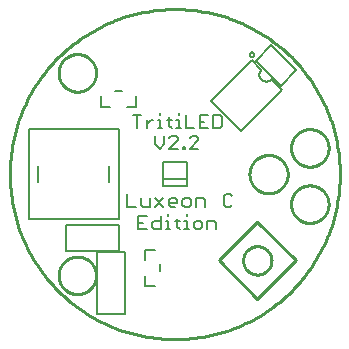
<source format=gto>
G75*
%MOIN*%
%OFA0B0*%
%FSLAX25Y25*%
%IPPOS*%
%LPD*%
%AMOC8*
5,1,8,0,0,1.08239X$1,22.5*
%
%ADD10C,0.01000*%
%ADD11C,0.00700*%
%ADD12C,0.00500*%
D10*
X0069250Y0049250D02*
X0069252Y0049408D01*
X0069258Y0049565D01*
X0069268Y0049723D01*
X0069282Y0049880D01*
X0069300Y0050036D01*
X0069321Y0050193D01*
X0069347Y0050348D01*
X0069377Y0050503D01*
X0069410Y0050657D01*
X0069448Y0050810D01*
X0069489Y0050963D01*
X0069534Y0051114D01*
X0069583Y0051264D01*
X0069636Y0051412D01*
X0069692Y0051560D01*
X0069753Y0051705D01*
X0069816Y0051850D01*
X0069884Y0051992D01*
X0069955Y0052133D01*
X0070029Y0052272D01*
X0070107Y0052409D01*
X0070189Y0052544D01*
X0070273Y0052677D01*
X0070362Y0052808D01*
X0070453Y0052936D01*
X0070548Y0053063D01*
X0070645Y0053186D01*
X0070746Y0053308D01*
X0070850Y0053426D01*
X0070957Y0053542D01*
X0071067Y0053655D01*
X0071179Y0053766D01*
X0071295Y0053873D01*
X0071413Y0053978D01*
X0071533Y0054080D01*
X0071656Y0054178D01*
X0071782Y0054274D01*
X0071910Y0054366D01*
X0072040Y0054455D01*
X0072172Y0054541D01*
X0072307Y0054623D01*
X0072444Y0054702D01*
X0072582Y0054777D01*
X0072722Y0054849D01*
X0072865Y0054917D01*
X0073008Y0054982D01*
X0073154Y0055043D01*
X0073301Y0055100D01*
X0073449Y0055154D01*
X0073599Y0055204D01*
X0073749Y0055250D01*
X0073901Y0055292D01*
X0074054Y0055331D01*
X0074208Y0055365D01*
X0074363Y0055396D01*
X0074518Y0055422D01*
X0074674Y0055445D01*
X0074831Y0055464D01*
X0074988Y0055479D01*
X0075145Y0055490D01*
X0075303Y0055497D01*
X0075461Y0055500D01*
X0075618Y0055499D01*
X0075776Y0055494D01*
X0075933Y0055485D01*
X0076091Y0055472D01*
X0076247Y0055455D01*
X0076404Y0055434D01*
X0076559Y0055410D01*
X0076714Y0055381D01*
X0076869Y0055348D01*
X0077022Y0055312D01*
X0077175Y0055271D01*
X0077326Y0055227D01*
X0077476Y0055179D01*
X0077625Y0055128D01*
X0077773Y0055072D01*
X0077919Y0055013D01*
X0078064Y0054950D01*
X0078207Y0054883D01*
X0078348Y0054813D01*
X0078487Y0054740D01*
X0078625Y0054663D01*
X0078761Y0054582D01*
X0078894Y0054498D01*
X0079025Y0054411D01*
X0079154Y0054320D01*
X0079281Y0054226D01*
X0079406Y0054129D01*
X0079527Y0054029D01*
X0079647Y0053926D01*
X0079763Y0053820D01*
X0079877Y0053711D01*
X0079989Y0053599D01*
X0080097Y0053485D01*
X0080202Y0053367D01*
X0080305Y0053247D01*
X0080404Y0053125D01*
X0080500Y0053000D01*
X0080593Y0052872D01*
X0080683Y0052743D01*
X0080769Y0052611D01*
X0080853Y0052477D01*
X0080932Y0052341D01*
X0081009Y0052203D01*
X0081081Y0052063D01*
X0081150Y0051921D01*
X0081216Y0051778D01*
X0081278Y0051633D01*
X0081336Y0051486D01*
X0081391Y0051338D01*
X0081442Y0051189D01*
X0081489Y0051038D01*
X0081532Y0050887D01*
X0081571Y0050734D01*
X0081607Y0050580D01*
X0081638Y0050426D01*
X0081666Y0050271D01*
X0081690Y0050115D01*
X0081710Y0049958D01*
X0081726Y0049801D01*
X0081738Y0049644D01*
X0081746Y0049487D01*
X0081750Y0049329D01*
X0081750Y0049171D01*
X0081746Y0049013D01*
X0081738Y0048856D01*
X0081726Y0048699D01*
X0081710Y0048542D01*
X0081690Y0048385D01*
X0081666Y0048229D01*
X0081638Y0048074D01*
X0081607Y0047920D01*
X0081571Y0047766D01*
X0081532Y0047613D01*
X0081489Y0047462D01*
X0081442Y0047311D01*
X0081391Y0047162D01*
X0081336Y0047014D01*
X0081278Y0046867D01*
X0081216Y0046722D01*
X0081150Y0046579D01*
X0081081Y0046437D01*
X0081009Y0046297D01*
X0080932Y0046159D01*
X0080853Y0046023D01*
X0080769Y0045889D01*
X0080683Y0045757D01*
X0080593Y0045628D01*
X0080500Y0045500D01*
X0080404Y0045375D01*
X0080305Y0045253D01*
X0080202Y0045133D01*
X0080097Y0045015D01*
X0079989Y0044901D01*
X0079877Y0044789D01*
X0079763Y0044680D01*
X0079647Y0044574D01*
X0079527Y0044471D01*
X0079406Y0044371D01*
X0079281Y0044274D01*
X0079154Y0044180D01*
X0079025Y0044089D01*
X0078894Y0044002D01*
X0078761Y0043918D01*
X0078625Y0043837D01*
X0078487Y0043760D01*
X0078348Y0043687D01*
X0078207Y0043617D01*
X0078064Y0043550D01*
X0077919Y0043487D01*
X0077773Y0043428D01*
X0077625Y0043372D01*
X0077476Y0043321D01*
X0077326Y0043273D01*
X0077175Y0043229D01*
X0077022Y0043188D01*
X0076869Y0043152D01*
X0076714Y0043119D01*
X0076559Y0043090D01*
X0076404Y0043066D01*
X0076247Y0043045D01*
X0076091Y0043028D01*
X0075933Y0043015D01*
X0075776Y0043006D01*
X0075618Y0043001D01*
X0075461Y0043000D01*
X0075303Y0043003D01*
X0075145Y0043010D01*
X0074988Y0043021D01*
X0074831Y0043036D01*
X0074674Y0043055D01*
X0074518Y0043078D01*
X0074363Y0043104D01*
X0074208Y0043135D01*
X0074054Y0043169D01*
X0073901Y0043208D01*
X0073749Y0043250D01*
X0073599Y0043296D01*
X0073449Y0043346D01*
X0073301Y0043400D01*
X0073154Y0043457D01*
X0073008Y0043518D01*
X0072865Y0043583D01*
X0072722Y0043651D01*
X0072582Y0043723D01*
X0072444Y0043798D01*
X0072307Y0043877D01*
X0072172Y0043959D01*
X0072040Y0044045D01*
X0071910Y0044134D01*
X0071782Y0044226D01*
X0071656Y0044322D01*
X0071533Y0044420D01*
X0071413Y0044522D01*
X0071295Y0044627D01*
X0071179Y0044734D01*
X0071067Y0044845D01*
X0070957Y0044958D01*
X0070850Y0045074D01*
X0070746Y0045192D01*
X0070645Y0045314D01*
X0070548Y0045437D01*
X0070453Y0045564D01*
X0070362Y0045692D01*
X0070273Y0045823D01*
X0070189Y0045956D01*
X0070107Y0046091D01*
X0070029Y0046228D01*
X0069955Y0046367D01*
X0069884Y0046508D01*
X0069816Y0046650D01*
X0069753Y0046795D01*
X0069692Y0046940D01*
X0069636Y0047088D01*
X0069583Y0047236D01*
X0069534Y0047386D01*
X0069489Y0047537D01*
X0069448Y0047690D01*
X0069410Y0047843D01*
X0069377Y0047997D01*
X0069347Y0048152D01*
X0069321Y0048307D01*
X0069300Y0048464D01*
X0069282Y0048620D01*
X0069268Y0048777D01*
X0069258Y0048935D01*
X0069252Y0049092D01*
X0069250Y0049250D01*
X0053000Y0083000D02*
X0053017Y0084350D01*
X0053066Y0085699D01*
X0053149Y0087046D01*
X0053265Y0088391D01*
X0053414Y0089733D01*
X0053595Y0091070D01*
X0053810Y0092403D01*
X0054057Y0093730D01*
X0054336Y0095051D01*
X0054648Y0096364D01*
X0054992Y0097669D01*
X0055368Y0098966D01*
X0055776Y0100252D01*
X0056215Y0101529D01*
X0056685Y0102794D01*
X0057187Y0104048D01*
X0057718Y0105288D01*
X0058281Y0106516D01*
X0058873Y0107729D01*
X0059494Y0108927D01*
X0060145Y0110109D01*
X0060825Y0111276D01*
X0061533Y0112425D01*
X0062269Y0113556D01*
X0063033Y0114669D01*
X0063824Y0115763D01*
X0064641Y0116838D01*
X0065484Y0117892D01*
X0066354Y0118925D01*
X0067248Y0119936D01*
X0068166Y0120925D01*
X0069109Y0121891D01*
X0070075Y0122834D01*
X0071064Y0123752D01*
X0072075Y0124646D01*
X0073108Y0125516D01*
X0074162Y0126359D01*
X0075237Y0127176D01*
X0076331Y0127967D01*
X0077444Y0128731D01*
X0078575Y0129467D01*
X0079724Y0130175D01*
X0080891Y0130855D01*
X0082073Y0131506D01*
X0083271Y0132127D01*
X0084484Y0132719D01*
X0085712Y0133282D01*
X0086952Y0133813D01*
X0088206Y0134315D01*
X0089471Y0134785D01*
X0090748Y0135224D01*
X0092034Y0135632D01*
X0093331Y0136008D01*
X0094636Y0136352D01*
X0095949Y0136664D01*
X0097270Y0136943D01*
X0098597Y0137190D01*
X0099930Y0137405D01*
X0101267Y0137586D01*
X0102609Y0137735D01*
X0103954Y0137851D01*
X0105301Y0137934D01*
X0106650Y0137983D01*
X0108000Y0138000D01*
X0109350Y0137983D01*
X0110699Y0137934D01*
X0112046Y0137851D01*
X0113391Y0137735D01*
X0114733Y0137586D01*
X0116070Y0137405D01*
X0117403Y0137190D01*
X0118730Y0136943D01*
X0120051Y0136664D01*
X0121364Y0136352D01*
X0122669Y0136008D01*
X0123966Y0135632D01*
X0125252Y0135224D01*
X0126529Y0134785D01*
X0127794Y0134315D01*
X0129048Y0133813D01*
X0130288Y0133282D01*
X0131516Y0132719D01*
X0132729Y0132127D01*
X0133927Y0131506D01*
X0135109Y0130855D01*
X0136276Y0130175D01*
X0137425Y0129467D01*
X0138556Y0128731D01*
X0139669Y0127967D01*
X0140763Y0127176D01*
X0141838Y0126359D01*
X0142892Y0125516D01*
X0143925Y0124646D01*
X0144936Y0123752D01*
X0145925Y0122834D01*
X0146891Y0121891D01*
X0147834Y0120925D01*
X0148752Y0119936D01*
X0149646Y0118925D01*
X0150516Y0117892D01*
X0151359Y0116838D01*
X0152176Y0115763D01*
X0152967Y0114669D01*
X0153731Y0113556D01*
X0154467Y0112425D01*
X0155175Y0111276D01*
X0155855Y0110109D01*
X0156506Y0108927D01*
X0157127Y0107729D01*
X0157719Y0106516D01*
X0158282Y0105288D01*
X0158813Y0104048D01*
X0159315Y0102794D01*
X0159785Y0101529D01*
X0160224Y0100252D01*
X0160632Y0098966D01*
X0161008Y0097669D01*
X0161352Y0096364D01*
X0161664Y0095051D01*
X0161943Y0093730D01*
X0162190Y0092403D01*
X0162405Y0091070D01*
X0162586Y0089733D01*
X0162735Y0088391D01*
X0162851Y0087046D01*
X0162934Y0085699D01*
X0162983Y0084350D01*
X0163000Y0083000D01*
X0162983Y0081650D01*
X0162934Y0080301D01*
X0162851Y0078954D01*
X0162735Y0077609D01*
X0162586Y0076267D01*
X0162405Y0074930D01*
X0162190Y0073597D01*
X0161943Y0072270D01*
X0161664Y0070949D01*
X0161352Y0069636D01*
X0161008Y0068331D01*
X0160632Y0067034D01*
X0160224Y0065748D01*
X0159785Y0064471D01*
X0159315Y0063206D01*
X0158813Y0061952D01*
X0158282Y0060712D01*
X0157719Y0059484D01*
X0157127Y0058271D01*
X0156506Y0057073D01*
X0155855Y0055891D01*
X0155175Y0054724D01*
X0154467Y0053575D01*
X0153731Y0052444D01*
X0152967Y0051331D01*
X0152176Y0050237D01*
X0151359Y0049162D01*
X0150516Y0048108D01*
X0149646Y0047075D01*
X0148752Y0046064D01*
X0147834Y0045075D01*
X0146891Y0044109D01*
X0145925Y0043166D01*
X0144936Y0042248D01*
X0143925Y0041354D01*
X0142892Y0040484D01*
X0141838Y0039641D01*
X0140763Y0038824D01*
X0139669Y0038033D01*
X0138556Y0037269D01*
X0137425Y0036533D01*
X0136276Y0035825D01*
X0135109Y0035145D01*
X0133927Y0034494D01*
X0132729Y0033873D01*
X0131516Y0033281D01*
X0130288Y0032718D01*
X0129048Y0032187D01*
X0127794Y0031685D01*
X0126529Y0031215D01*
X0125252Y0030776D01*
X0123966Y0030368D01*
X0122669Y0029992D01*
X0121364Y0029648D01*
X0120051Y0029336D01*
X0118730Y0029057D01*
X0117403Y0028810D01*
X0116070Y0028595D01*
X0114733Y0028414D01*
X0113391Y0028265D01*
X0112046Y0028149D01*
X0110699Y0028066D01*
X0109350Y0028017D01*
X0108000Y0028000D01*
X0106650Y0028017D01*
X0105301Y0028066D01*
X0103954Y0028149D01*
X0102609Y0028265D01*
X0101267Y0028414D01*
X0099930Y0028595D01*
X0098597Y0028810D01*
X0097270Y0029057D01*
X0095949Y0029336D01*
X0094636Y0029648D01*
X0093331Y0029992D01*
X0092034Y0030368D01*
X0090748Y0030776D01*
X0089471Y0031215D01*
X0088206Y0031685D01*
X0086952Y0032187D01*
X0085712Y0032718D01*
X0084484Y0033281D01*
X0083271Y0033873D01*
X0082073Y0034494D01*
X0080891Y0035145D01*
X0079724Y0035825D01*
X0078575Y0036533D01*
X0077444Y0037269D01*
X0076331Y0038033D01*
X0075237Y0038824D01*
X0074162Y0039641D01*
X0073108Y0040484D01*
X0072075Y0041354D01*
X0071064Y0042248D01*
X0070075Y0043166D01*
X0069109Y0044109D01*
X0068166Y0045075D01*
X0067248Y0046064D01*
X0066354Y0047075D01*
X0065484Y0048108D01*
X0064641Y0049162D01*
X0063824Y0050237D01*
X0063033Y0051331D01*
X0062269Y0052444D01*
X0061533Y0053575D01*
X0060825Y0054724D01*
X0060145Y0055891D01*
X0059494Y0057073D01*
X0058873Y0058271D01*
X0058281Y0059484D01*
X0057718Y0060712D01*
X0057187Y0061952D01*
X0056685Y0063206D01*
X0056215Y0064471D01*
X0055776Y0065748D01*
X0055368Y0067034D01*
X0054992Y0068331D01*
X0054648Y0069636D01*
X0054336Y0070949D01*
X0054057Y0072270D01*
X0053810Y0073597D01*
X0053595Y0074930D01*
X0053414Y0076267D01*
X0053265Y0077609D01*
X0053149Y0078954D01*
X0053066Y0080301D01*
X0053017Y0081650D01*
X0053000Y0083000D01*
X0069250Y0116750D02*
X0069252Y0116908D01*
X0069258Y0117065D01*
X0069268Y0117223D01*
X0069282Y0117380D01*
X0069300Y0117536D01*
X0069321Y0117693D01*
X0069347Y0117848D01*
X0069377Y0118003D01*
X0069410Y0118157D01*
X0069448Y0118310D01*
X0069489Y0118463D01*
X0069534Y0118614D01*
X0069583Y0118764D01*
X0069636Y0118912D01*
X0069692Y0119060D01*
X0069753Y0119205D01*
X0069816Y0119350D01*
X0069884Y0119492D01*
X0069955Y0119633D01*
X0070029Y0119772D01*
X0070107Y0119909D01*
X0070189Y0120044D01*
X0070273Y0120177D01*
X0070362Y0120308D01*
X0070453Y0120436D01*
X0070548Y0120563D01*
X0070645Y0120686D01*
X0070746Y0120808D01*
X0070850Y0120926D01*
X0070957Y0121042D01*
X0071067Y0121155D01*
X0071179Y0121266D01*
X0071295Y0121373D01*
X0071413Y0121478D01*
X0071533Y0121580D01*
X0071656Y0121678D01*
X0071782Y0121774D01*
X0071910Y0121866D01*
X0072040Y0121955D01*
X0072172Y0122041D01*
X0072307Y0122123D01*
X0072444Y0122202D01*
X0072582Y0122277D01*
X0072722Y0122349D01*
X0072865Y0122417D01*
X0073008Y0122482D01*
X0073154Y0122543D01*
X0073301Y0122600D01*
X0073449Y0122654D01*
X0073599Y0122704D01*
X0073749Y0122750D01*
X0073901Y0122792D01*
X0074054Y0122831D01*
X0074208Y0122865D01*
X0074363Y0122896D01*
X0074518Y0122922D01*
X0074674Y0122945D01*
X0074831Y0122964D01*
X0074988Y0122979D01*
X0075145Y0122990D01*
X0075303Y0122997D01*
X0075461Y0123000D01*
X0075618Y0122999D01*
X0075776Y0122994D01*
X0075933Y0122985D01*
X0076091Y0122972D01*
X0076247Y0122955D01*
X0076404Y0122934D01*
X0076559Y0122910D01*
X0076714Y0122881D01*
X0076869Y0122848D01*
X0077022Y0122812D01*
X0077175Y0122771D01*
X0077326Y0122727D01*
X0077476Y0122679D01*
X0077625Y0122628D01*
X0077773Y0122572D01*
X0077919Y0122513D01*
X0078064Y0122450D01*
X0078207Y0122383D01*
X0078348Y0122313D01*
X0078487Y0122240D01*
X0078625Y0122163D01*
X0078761Y0122082D01*
X0078894Y0121998D01*
X0079025Y0121911D01*
X0079154Y0121820D01*
X0079281Y0121726D01*
X0079406Y0121629D01*
X0079527Y0121529D01*
X0079647Y0121426D01*
X0079763Y0121320D01*
X0079877Y0121211D01*
X0079989Y0121099D01*
X0080097Y0120985D01*
X0080202Y0120867D01*
X0080305Y0120747D01*
X0080404Y0120625D01*
X0080500Y0120500D01*
X0080593Y0120372D01*
X0080683Y0120243D01*
X0080769Y0120111D01*
X0080853Y0119977D01*
X0080932Y0119841D01*
X0081009Y0119703D01*
X0081081Y0119563D01*
X0081150Y0119421D01*
X0081216Y0119278D01*
X0081278Y0119133D01*
X0081336Y0118986D01*
X0081391Y0118838D01*
X0081442Y0118689D01*
X0081489Y0118538D01*
X0081532Y0118387D01*
X0081571Y0118234D01*
X0081607Y0118080D01*
X0081638Y0117926D01*
X0081666Y0117771D01*
X0081690Y0117615D01*
X0081710Y0117458D01*
X0081726Y0117301D01*
X0081738Y0117144D01*
X0081746Y0116987D01*
X0081750Y0116829D01*
X0081750Y0116671D01*
X0081746Y0116513D01*
X0081738Y0116356D01*
X0081726Y0116199D01*
X0081710Y0116042D01*
X0081690Y0115885D01*
X0081666Y0115729D01*
X0081638Y0115574D01*
X0081607Y0115420D01*
X0081571Y0115266D01*
X0081532Y0115113D01*
X0081489Y0114962D01*
X0081442Y0114811D01*
X0081391Y0114662D01*
X0081336Y0114514D01*
X0081278Y0114367D01*
X0081216Y0114222D01*
X0081150Y0114079D01*
X0081081Y0113937D01*
X0081009Y0113797D01*
X0080932Y0113659D01*
X0080853Y0113523D01*
X0080769Y0113389D01*
X0080683Y0113257D01*
X0080593Y0113128D01*
X0080500Y0113000D01*
X0080404Y0112875D01*
X0080305Y0112753D01*
X0080202Y0112633D01*
X0080097Y0112515D01*
X0079989Y0112401D01*
X0079877Y0112289D01*
X0079763Y0112180D01*
X0079647Y0112074D01*
X0079527Y0111971D01*
X0079406Y0111871D01*
X0079281Y0111774D01*
X0079154Y0111680D01*
X0079025Y0111589D01*
X0078894Y0111502D01*
X0078761Y0111418D01*
X0078625Y0111337D01*
X0078487Y0111260D01*
X0078348Y0111187D01*
X0078207Y0111117D01*
X0078064Y0111050D01*
X0077919Y0110987D01*
X0077773Y0110928D01*
X0077625Y0110872D01*
X0077476Y0110821D01*
X0077326Y0110773D01*
X0077175Y0110729D01*
X0077022Y0110688D01*
X0076869Y0110652D01*
X0076714Y0110619D01*
X0076559Y0110590D01*
X0076404Y0110566D01*
X0076247Y0110545D01*
X0076091Y0110528D01*
X0075933Y0110515D01*
X0075776Y0110506D01*
X0075618Y0110501D01*
X0075461Y0110500D01*
X0075303Y0110503D01*
X0075145Y0110510D01*
X0074988Y0110521D01*
X0074831Y0110536D01*
X0074674Y0110555D01*
X0074518Y0110578D01*
X0074363Y0110604D01*
X0074208Y0110635D01*
X0074054Y0110669D01*
X0073901Y0110708D01*
X0073749Y0110750D01*
X0073599Y0110796D01*
X0073449Y0110846D01*
X0073301Y0110900D01*
X0073154Y0110957D01*
X0073008Y0111018D01*
X0072865Y0111083D01*
X0072722Y0111151D01*
X0072582Y0111223D01*
X0072444Y0111298D01*
X0072307Y0111377D01*
X0072172Y0111459D01*
X0072040Y0111545D01*
X0071910Y0111634D01*
X0071782Y0111726D01*
X0071656Y0111822D01*
X0071533Y0111920D01*
X0071413Y0112022D01*
X0071295Y0112127D01*
X0071179Y0112234D01*
X0071067Y0112345D01*
X0070957Y0112458D01*
X0070850Y0112574D01*
X0070746Y0112692D01*
X0070645Y0112814D01*
X0070548Y0112937D01*
X0070453Y0113064D01*
X0070362Y0113192D01*
X0070273Y0113323D01*
X0070189Y0113456D01*
X0070107Y0113591D01*
X0070029Y0113728D01*
X0069955Y0113867D01*
X0069884Y0114008D01*
X0069816Y0114150D01*
X0069753Y0114295D01*
X0069692Y0114440D01*
X0069636Y0114588D01*
X0069583Y0114736D01*
X0069534Y0114886D01*
X0069489Y0115037D01*
X0069448Y0115190D01*
X0069410Y0115343D01*
X0069377Y0115497D01*
X0069347Y0115652D01*
X0069321Y0115807D01*
X0069300Y0115964D01*
X0069282Y0116120D01*
X0069268Y0116277D01*
X0069258Y0116435D01*
X0069252Y0116592D01*
X0069250Y0116750D01*
X0132876Y0083000D02*
X0132878Y0083160D01*
X0132884Y0083319D01*
X0132894Y0083478D01*
X0132908Y0083637D01*
X0132926Y0083796D01*
X0132948Y0083954D01*
X0132974Y0084111D01*
X0133003Y0084268D01*
X0133037Y0084424D01*
X0133075Y0084579D01*
X0133116Y0084733D01*
X0133161Y0084886D01*
X0133211Y0085038D01*
X0133263Y0085188D01*
X0133320Y0085338D01*
X0133380Y0085485D01*
X0133444Y0085631D01*
X0133512Y0085776D01*
X0133583Y0085919D01*
X0133658Y0086060D01*
X0133737Y0086199D01*
X0133818Y0086336D01*
X0133904Y0086470D01*
X0133992Y0086603D01*
X0134084Y0086734D01*
X0134179Y0086862D01*
X0134277Y0086987D01*
X0134379Y0087111D01*
X0134483Y0087231D01*
X0134590Y0087349D01*
X0134701Y0087465D01*
X0134814Y0087577D01*
X0134930Y0087687D01*
X0135049Y0087793D01*
X0135170Y0087897D01*
X0135294Y0087998D01*
X0135420Y0088095D01*
X0135549Y0088189D01*
X0135680Y0088280D01*
X0135813Y0088368D01*
X0135949Y0088452D01*
X0136086Y0088533D01*
X0136226Y0088611D01*
X0136367Y0088685D01*
X0136510Y0088755D01*
X0136655Y0088822D01*
X0136802Y0088885D01*
X0136950Y0088944D01*
X0137099Y0089000D01*
X0137250Y0089052D01*
X0137402Y0089100D01*
X0137555Y0089145D01*
X0137710Y0089185D01*
X0137865Y0089222D01*
X0138021Y0089254D01*
X0138178Y0089283D01*
X0138336Y0089308D01*
X0138494Y0089329D01*
X0138653Y0089346D01*
X0138812Y0089359D01*
X0138971Y0089368D01*
X0139130Y0089373D01*
X0139290Y0089374D01*
X0139449Y0089371D01*
X0139609Y0089364D01*
X0139768Y0089353D01*
X0139927Y0089338D01*
X0140085Y0089319D01*
X0140243Y0089296D01*
X0140400Y0089269D01*
X0140557Y0089239D01*
X0140713Y0089204D01*
X0140868Y0089165D01*
X0141021Y0089123D01*
X0141174Y0089077D01*
X0141326Y0089027D01*
X0141476Y0088973D01*
X0141625Y0088915D01*
X0141772Y0088854D01*
X0141918Y0088789D01*
X0142062Y0088720D01*
X0142204Y0088648D01*
X0142344Y0088572D01*
X0142483Y0088493D01*
X0142619Y0088411D01*
X0142754Y0088325D01*
X0142886Y0088235D01*
X0143016Y0088143D01*
X0143143Y0088047D01*
X0143269Y0087948D01*
X0143391Y0087846D01*
X0143511Y0087740D01*
X0143628Y0087632D01*
X0143743Y0087521D01*
X0143855Y0087407D01*
X0143964Y0087291D01*
X0144070Y0087171D01*
X0144172Y0087049D01*
X0144272Y0086925D01*
X0144369Y0086798D01*
X0144462Y0086669D01*
X0144553Y0086537D01*
X0144639Y0086403D01*
X0144723Y0086267D01*
X0144803Y0086129D01*
X0144880Y0085989D01*
X0144953Y0085847D01*
X0145022Y0085704D01*
X0145088Y0085558D01*
X0145150Y0085412D01*
X0145209Y0085263D01*
X0145263Y0085113D01*
X0145314Y0084962D01*
X0145362Y0084810D01*
X0145405Y0084656D01*
X0145445Y0084502D01*
X0145480Y0084346D01*
X0145512Y0084190D01*
X0145540Y0084033D01*
X0145564Y0083875D01*
X0145584Y0083716D01*
X0145600Y0083558D01*
X0145612Y0083399D01*
X0145620Y0083239D01*
X0145624Y0083080D01*
X0145624Y0082920D01*
X0145620Y0082761D01*
X0145612Y0082601D01*
X0145600Y0082442D01*
X0145584Y0082284D01*
X0145564Y0082125D01*
X0145540Y0081967D01*
X0145512Y0081810D01*
X0145480Y0081654D01*
X0145445Y0081498D01*
X0145405Y0081344D01*
X0145362Y0081190D01*
X0145314Y0081038D01*
X0145263Y0080887D01*
X0145209Y0080737D01*
X0145150Y0080588D01*
X0145088Y0080442D01*
X0145022Y0080296D01*
X0144953Y0080153D01*
X0144880Y0080011D01*
X0144803Y0079871D01*
X0144723Y0079733D01*
X0144639Y0079597D01*
X0144553Y0079463D01*
X0144462Y0079331D01*
X0144369Y0079202D01*
X0144272Y0079075D01*
X0144172Y0078951D01*
X0144070Y0078829D01*
X0143964Y0078709D01*
X0143855Y0078593D01*
X0143743Y0078479D01*
X0143628Y0078368D01*
X0143511Y0078260D01*
X0143391Y0078154D01*
X0143269Y0078052D01*
X0143143Y0077953D01*
X0143016Y0077857D01*
X0142886Y0077765D01*
X0142754Y0077675D01*
X0142619Y0077589D01*
X0142483Y0077507D01*
X0142344Y0077428D01*
X0142204Y0077352D01*
X0142062Y0077280D01*
X0141918Y0077211D01*
X0141772Y0077146D01*
X0141625Y0077085D01*
X0141476Y0077027D01*
X0141326Y0076973D01*
X0141174Y0076923D01*
X0141021Y0076877D01*
X0140868Y0076835D01*
X0140713Y0076796D01*
X0140557Y0076761D01*
X0140400Y0076731D01*
X0140243Y0076704D01*
X0140085Y0076681D01*
X0139927Y0076662D01*
X0139768Y0076647D01*
X0139609Y0076636D01*
X0139449Y0076629D01*
X0139290Y0076626D01*
X0139130Y0076627D01*
X0138971Y0076632D01*
X0138812Y0076641D01*
X0138653Y0076654D01*
X0138494Y0076671D01*
X0138336Y0076692D01*
X0138178Y0076717D01*
X0138021Y0076746D01*
X0137865Y0076778D01*
X0137710Y0076815D01*
X0137555Y0076855D01*
X0137402Y0076900D01*
X0137250Y0076948D01*
X0137099Y0077000D01*
X0136950Y0077056D01*
X0136802Y0077115D01*
X0136655Y0077178D01*
X0136510Y0077245D01*
X0136367Y0077315D01*
X0136226Y0077389D01*
X0136086Y0077467D01*
X0135949Y0077548D01*
X0135813Y0077632D01*
X0135680Y0077720D01*
X0135549Y0077811D01*
X0135420Y0077905D01*
X0135294Y0078002D01*
X0135170Y0078103D01*
X0135049Y0078207D01*
X0134930Y0078313D01*
X0134814Y0078423D01*
X0134701Y0078535D01*
X0134590Y0078651D01*
X0134483Y0078769D01*
X0134379Y0078889D01*
X0134277Y0079013D01*
X0134179Y0079138D01*
X0134084Y0079266D01*
X0133992Y0079397D01*
X0133904Y0079530D01*
X0133818Y0079664D01*
X0133737Y0079801D01*
X0133658Y0079940D01*
X0133583Y0080081D01*
X0133512Y0080224D01*
X0133444Y0080369D01*
X0133380Y0080515D01*
X0133320Y0080662D01*
X0133263Y0080812D01*
X0133211Y0080962D01*
X0133161Y0081114D01*
X0133116Y0081267D01*
X0133075Y0081421D01*
X0133037Y0081576D01*
X0133003Y0081732D01*
X0132974Y0081889D01*
X0132948Y0082046D01*
X0132926Y0082204D01*
X0132908Y0082363D01*
X0132894Y0082522D01*
X0132884Y0082681D01*
X0132878Y0082840D01*
X0132876Y0083000D01*
X0146750Y0091750D02*
X0146752Y0091908D01*
X0146758Y0092065D01*
X0146768Y0092223D01*
X0146782Y0092380D01*
X0146800Y0092536D01*
X0146821Y0092693D01*
X0146847Y0092848D01*
X0146877Y0093003D01*
X0146910Y0093157D01*
X0146948Y0093310D01*
X0146989Y0093463D01*
X0147034Y0093614D01*
X0147083Y0093764D01*
X0147136Y0093912D01*
X0147192Y0094060D01*
X0147253Y0094205D01*
X0147316Y0094350D01*
X0147384Y0094492D01*
X0147455Y0094633D01*
X0147529Y0094772D01*
X0147607Y0094909D01*
X0147689Y0095044D01*
X0147773Y0095177D01*
X0147862Y0095308D01*
X0147953Y0095436D01*
X0148048Y0095563D01*
X0148145Y0095686D01*
X0148246Y0095808D01*
X0148350Y0095926D01*
X0148457Y0096042D01*
X0148567Y0096155D01*
X0148679Y0096266D01*
X0148795Y0096373D01*
X0148913Y0096478D01*
X0149033Y0096580D01*
X0149156Y0096678D01*
X0149282Y0096774D01*
X0149410Y0096866D01*
X0149540Y0096955D01*
X0149672Y0097041D01*
X0149807Y0097123D01*
X0149944Y0097202D01*
X0150082Y0097277D01*
X0150222Y0097349D01*
X0150365Y0097417D01*
X0150508Y0097482D01*
X0150654Y0097543D01*
X0150801Y0097600D01*
X0150949Y0097654D01*
X0151099Y0097704D01*
X0151249Y0097750D01*
X0151401Y0097792D01*
X0151554Y0097831D01*
X0151708Y0097865D01*
X0151863Y0097896D01*
X0152018Y0097922D01*
X0152174Y0097945D01*
X0152331Y0097964D01*
X0152488Y0097979D01*
X0152645Y0097990D01*
X0152803Y0097997D01*
X0152961Y0098000D01*
X0153118Y0097999D01*
X0153276Y0097994D01*
X0153433Y0097985D01*
X0153591Y0097972D01*
X0153747Y0097955D01*
X0153904Y0097934D01*
X0154059Y0097910D01*
X0154214Y0097881D01*
X0154369Y0097848D01*
X0154522Y0097812D01*
X0154675Y0097771D01*
X0154826Y0097727D01*
X0154976Y0097679D01*
X0155125Y0097628D01*
X0155273Y0097572D01*
X0155419Y0097513D01*
X0155564Y0097450D01*
X0155707Y0097383D01*
X0155848Y0097313D01*
X0155987Y0097240D01*
X0156125Y0097163D01*
X0156261Y0097082D01*
X0156394Y0096998D01*
X0156525Y0096911D01*
X0156654Y0096820D01*
X0156781Y0096726D01*
X0156906Y0096629D01*
X0157027Y0096529D01*
X0157147Y0096426D01*
X0157263Y0096320D01*
X0157377Y0096211D01*
X0157489Y0096099D01*
X0157597Y0095985D01*
X0157702Y0095867D01*
X0157805Y0095747D01*
X0157904Y0095625D01*
X0158000Y0095500D01*
X0158093Y0095372D01*
X0158183Y0095243D01*
X0158269Y0095111D01*
X0158353Y0094977D01*
X0158432Y0094841D01*
X0158509Y0094703D01*
X0158581Y0094563D01*
X0158650Y0094421D01*
X0158716Y0094278D01*
X0158778Y0094133D01*
X0158836Y0093986D01*
X0158891Y0093838D01*
X0158942Y0093689D01*
X0158989Y0093538D01*
X0159032Y0093387D01*
X0159071Y0093234D01*
X0159107Y0093080D01*
X0159138Y0092926D01*
X0159166Y0092771D01*
X0159190Y0092615D01*
X0159210Y0092458D01*
X0159226Y0092301D01*
X0159238Y0092144D01*
X0159246Y0091987D01*
X0159250Y0091829D01*
X0159250Y0091671D01*
X0159246Y0091513D01*
X0159238Y0091356D01*
X0159226Y0091199D01*
X0159210Y0091042D01*
X0159190Y0090885D01*
X0159166Y0090729D01*
X0159138Y0090574D01*
X0159107Y0090420D01*
X0159071Y0090266D01*
X0159032Y0090113D01*
X0158989Y0089962D01*
X0158942Y0089811D01*
X0158891Y0089662D01*
X0158836Y0089514D01*
X0158778Y0089367D01*
X0158716Y0089222D01*
X0158650Y0089079D01*
X0158581Y0088937D01*
X0158509Y0088797D01*
X0158432Y0088659D01*
X0158353Y0088523D01*
X0158269Y0088389D01*
X0158183Y0088257D01*
X0158093Y0088128D01*
X0158000Y0088000D01*
X0157904Y0087875D01*
X0157805Y0087753D01*
X0157702Y0087633D01*
X0157597Y0087515D01*
X0157489Y0087401D01*
X0157377Y0087289D01*
X0157263Y0087180D01*
X0157147Y0087074D01*
X0157027Y0086971D01*
X0156906Y0086871D01*
X0156781Y0086774D01*
X0156654Y0086680D01*
X0156525Y0086589D01*
X0156394Y0086502D01*
X0156261Y0086418D01*
X0156125Y0086337D01*
X0155987Y0086260D01*
X0155848Y0086187D01*
X0155707Y0086117D01*
X0155564Y0086050D01*
X0155419Y0085987D01*
X0155273Y0085928D01*
X0155125Y0085872D01*
X0154976Y0085821D01*
X0154826Y0085773D01*
X0154675Y0085729D01*
X0154522Y0085688D01*
X0154369Y0085652D01*
X0154214Y0085619D01*
X0154059Y0085590D01*
X0153904Y0085566D01*
X0153747Y0085545D01*
X0153591Y0085528D01*
X0153433Y0085515D01*
X0153276Y0085506D01*
X0153118Y0085501D01*
X0152961Y0085500D01*
X0152803Y0085503D01*
X0152645Y0085510D01*
X0152488Y0085521D01*
X0152331Y0085536D01*
X0152174Y0085555D01*
X0152018Y0085578D01*
X0151863Y0085604D01*
X0151708Y0085635D01*
X0151554Y0085669D01*
X0151401Y0085708D01*
X0151249Y0085750D01*
X0151099Y0085796D01*
X0150949Y0085846D01*
X0150801Y0085900D01*
X0150654Y0085957D01*
X0150508Y0086018D01*
X0150365Y0086083D01*
X0150222Y0086151D01*
X0150082Y0086223D01*
X0149944Y0086298D01*
X0149807Y0086377D01*
X0149672Y0086459D01*
X0149540Y0086545D01*
X0149410Y0086634D01*
X0149282Y0086726D01*
X0149156Y0086822D01*
X0149033Y0086920D01*
X0148913Y0087022D01*
X0148795Y0087127D01*
X0148679Y0087234D01*
X0148567Y0087345D01*
X0148457Y0087458D01*
X0148350Y0087574D01*
X0148246Y0087692D01*
X0148145Y0087814D01*
X0148048Y0087937D01*
X0147953Y0088064D01*
X0147862Y0088192D01*
X0147773Y0088323D01*
X0147689Y0088456D01*
X0147607Y0088591D01*
X0147529Y0088728D01*
X0147455Y0088867D01*
X0147384Y0089008D01*
X0147316Y0089150D01*
X0147253Y0089295D01*
X0147192Y0089440D01*
X0147136Y0089588D01*
X0147083Y0089736D01*
X0147034Y0089886D01*
X0146989Y0090037D01*
X0146948Y0090190D01*
X0146910Y0090343D01*
X0146877Y0090497D01*
X0146847Y0090652D01*
X0146821Y0090807D01*
X0146800Y0090964D01*
X0146782Y0091120D01*
X0146768Y0091277D01*
X0146758Y0091435D01*
X0146752Y0091592D01*
X0146750Y0091750D01*
X0146750Y0073000D02*
X0146752Y0073158D01*
X0146758Y0073315D01*
X0146768Y0073473D01*
X0146782Y0073630D01*
X0146800Y0073786D01*
X0146821Y0073943D01*
X0146847Y0074098D01*
X0146877Y0074253D01*
X0146910Y0074407D01*
X0146948Y0074560D01*
X0146989Y0074713D01*
X0147034Y0074864D01*
X0147083Y0075014D01*
X0147136Y0075162D01*
X0147192Y0075310D01*
X0147253Y0075455D01*
X0147316Y0075600D01*
X0147384Y0075742D01*
X0147455Y0075883D01*
X0147529Y0076022D01*
X0147607Y0076159D01*
X0147689Y0076294D01*
X0147773Y0076427D01*
X0147862Y0076558D01*
X0147953Y0076686D01*
X0148048Y0076813D01*
X0148145Y0076936D01*
X0148246Y0077058D01*
X0148350Y0077176D01*
X0148457Y0077292D01*
X0148567Y0077405D01*
X0148679Y0077516D01*
X0148795Y0077623D01*
X0148913Y0077728D01*
X0149033Y0077830D01*
X0149156Y0077928D01*
X0149282Y0078024D01*
X0149410Y0078116D01*
X0149540Y0078205D01*
X0149672Y0078291D01*
X0149807Y0078373D01*
X0149944Y0078452D01*
X0150082Y0078527D01*
X0150222Y0078599D01*
X0150365Y0078667D01*
X0150508Y0078732D01*
X0150654Y0078793D01*
X0150801Y0078850D01*
X0150949Y0078904D01*
X0151099Y0078954D01*
X0151249Y0079000D01*
X0151401Y0079042D01*
X0151554Y0079081D01*
X0151708Y0079115D01*
X0151863Y0079146D01*
X0152018Y0079172D01*
X0152174Y0079195D01*
X0152331Y0079214D01*
X0152488Y0079229D01*
X0152645Y0079240D01*
X0152803Y0079247D01*
X0152961Y0079250D01*
X0153118Y0079249D01*
X0153276Y0079244D01*
X0153433Y0079235D01*
X0153591Y0079222D01*
X0153747Y0079205D01*
X0153904Y0079184D01*
X0154059Y0079160D01*
X0154214Y0079131D01*
X0154369Y0079098D01*
X0154522Y0079062D01*
X0154675Y0079021D01*
X0154826Y0078977D01*
X0154976Y0078929D01*
X0155125Y0078878D01*
X0155273Y0078822D01*
X0155419Y0078763D01*
X0155564Y0078700D01*
X0155707Y0078633D01*
X0155848Y0078563D01*
X0155987Y0078490D01*
X0156125Y0078413D01*
X0156261Y0078332D01*
X0156394Y0078248D01*
X0156525Y0078161D01*
X0156654Y0078070D01*
X0156781Y0077976D01*
X0156906Y0077879D01*
X0157027Y0077779D01*
X0157147Y0077676D01*
X0157263Y0077570D01*
X0157377Y0077461D01*
X0157489Y0077349D01*
X0157597Y0077235D01*
X0157702Y0077117D01*
X0157805Y0076997D01*
X0157904Y0076875D01*
X0158000Y0076750D01*
X0158093Y0076622D01*
X0158183Y0076493D01*
X0158269Y0076361D01*
X0158353Y0076227D01*
X0158432Y0076091D01*
X0158509Y0075953D01*
X0158581Y0075813D01*
X0158650Y0075671D01*
X0158716Y0075528D01*
X0158778Y0075383D01*
X0158836Y0075236D01*
X0158891Y0075088D01*
X0158942Y0074939D01*
X0158989Y0074788D01*
X0159032Y0074637D01*
X0159071Y0074484D01*
X0159107Y0074330D01*
X0159138Y0074176D01*
X0159166Y0074021D01*
X0159190Y0073865D01*
X0159210Y0073708D01*
X0159226Y0073551D01*
X0159238Y0073394D01*
X0159246Y0073237D01*
X0159250Y0073079D01*
X0159250Y0072921D01*
X0159246Y0072763D01*
X0159238Y0072606D01*
X0159226Y0072449D01*
X0159210Y0072292D01*
X0159190Y0072135D01*
X0159166Y0071979D01*
X0159138Y0071824D01*
X0159107Y0071670D01*
X0159071Y0071516D01*
X0159032Y0071363D01*
X0158989Y0071212D01*
X0158942Y0071061D01*
X0158891Y0070912D01*
X0158836Y0070764D01*
X0158778Y0070617D01*
X0158716Y0070472D01*
X0158650Y0070329D01*
X0158581Y0070187D01*
X0158509Y0070047D01*
X0158432Y0069909D01*
X0158353Y0069773D01*
X0158269Y0069639D01*
X0158183Y0069507D01*
X0158093Y0069378D01*
X0158000Y0069250D01*
X0157904Y0069125D01*
X0157805Y0069003D01*
X0157702Y0068883D01*
X0157597Y0068765D01*
X0157489Y0068651D01*
X0157377Y0068539D01*
X0157263Y0068430D01*
X0157147Y0068324D01*
X0157027Y0068221D01*
X0156906Y0068121D01*
X0156781Y0068024D01*
X0156654Y0067930D01*
X0156525Y0067839D01*
X0156394Y0067752D01*
X0156261Y0067668D01*
X0156125Y0067587D01*
X0155987Y0067510D01*
X0155848Y0067437D01*
X0155707Y0067367D01*
X0155564Y0067300D01*
X0155419Y0067237D01*
X0155273Y0067178D01*
X0155125Y0067122D01*
X0154976Y0067071D01*
X0154826Y0067023D01*
X0154675Y0066979D01*
X0154522Y0066938D01*
X0154369Y0066902D01*
X0154214Y0066869D01*
X0154059Y0066840D01*
X0153904Y0066816D01*
X0153747Y0066795D01*
X0153591Y0066778D01*
X0153433Y0066765D01*
X0153276Y0066756D01*
X0153118Y0066751D01*
X0152961Y0066750D01*
X0152803Y0066753D01*
X0152645Y0066760D01*
X0152488Y0066771D01*
X0152331Y0066786D01*
X0152174Y0066805D01*
X0152018Y0066828D01*
X0151863Y0066854D01*
X0151708Y0066885D01*
X0151554Y0066919D01*
X0151401Y0066958D01*
X0151249Y0067000D01*
X0151099Y0067046D01*
X0150949Y0067096D01*
X0150801Y0067150D01*
X0150654Y0067207D01*
X0150508Y0067268D01*
X0150365Y0067333D01*
X0150222Y0067401D01*
X0150082Y0067473D01*
X0149944Y0067548D01*
X0149807Y0067627D01*
X0149672Y0067709D01*
X0149540Y0067795D01*
X0149410Y0067884D01*
X0149282Y0067976D01*
X0149156Y0068072D01*
X0149033Y0068170D01*
X0148913Y0068272D01*
X0148795Y0068377D01*
X0148679Y0068484D01*
X0148567Y0068595D01*
X0148457Y0068708D01*
X0148350Y0068824D01*
X0148246Y0068942D01*
X0148145Y0069064D01*
X0148048Y0069187D01*
X0147953Y0069314D01*
X0147862Y0069442D01*
X0147773Y0069573D01*
X0147689Y0069706D01*
X0147607Y0069841D01*
X0147529Y0069978D01*
X0147455Y0070117D01*
X0147384Y0070258D01*
X0147316Y0070400D01*
X0147253Y0070545D01*
X0147192Y0070690D01*
X0147136Y0070838D01*
X0147083Y0070986D01*
X0147034Y0071136D01*
X0146989Y0071287D01*
X0146948Y0071440D01*
X0146910Y0071593D01*
X0146877Y0071747D01*
X0146847Y0071902D01*
X0146821Y0072057D01*
X0146800Y0072214D01*
X0146782Y0072370D01*
X0146768Y0072527D01*
X0146758Y0072685D01*
X0146752Y0072842D01*
X0146750Y0073000D01*
X0135500Y0067056D02*
X0148306Y0054250D01*
X0135500Y0041444D01*
X0122694Y0054250D01*
X0135500Y0067056D01*
X0130776Y0054250D02*
X0130778Y0054387D01*
X0130784Y0054525D01*
X0130794Y0054662D01*
X0130808Y0054798D01*
X0130826Y0054935D01*
X0130848Y0055070D01*
X0130874Y0055205D01*
X0130903Y0055339D01*
X0130937Y0055473D01*
X0130974Y0055605D01*
X0131016Y0055736D01*
X0131061Y0055866D01*
X0131110Y0055994D01*
X0131162Y0056121D01*
X0131219Y0056246D01*
X0131278Y0056370D01*
X0131342Y0056492D01*
X0131409Y0056612D01*
X0131479Y0056730D01*
X0131553Y0056846D01*
X0131630Y0056960D01*
X0131711Y0057071D01*
X0131794Y0057180D01*
X0131881Y0057287D01*
X0131971Y0057390D01*
X0132064Y0057492D01*
X0132160Y0057590D01*
X0132258Y0057686D01*
X0132360Y0057779D01*
X0132463Y0057869D01*
X0132570Y0057956D01*
X0132679Y0058039D01*
X0132790Y0058120D01*
X0132904Y0058197D01*
X0133020Y0058271D01*
X0133138Y0058341D01*
X0133258Y0058408D01*
X0133380Y0058472D01*
X0133504Y0058531D01*
X0133629Y0058588D01*
X0133756Y0058640D01*
X0133884Y0058689D01*
X0134014Y0058734D01*
X0134145Y0058776D01*
X0134277Y0058813D01*
X0134411Y0058847D01*
X0134545Y0058876D01*
X0134680Y0058902D01*
X0134815Y0058924D01*
X0134952Y0058942D01*
X0135088Y0058956D01*
X0135225Y0058966D01*
X0135363Y0058972D01*
X0135500Y0058974D01*
X0135637Y0058972D01*
X0135775Y0058966D01*
X0135912Y0058956D01*
X0136048Y0058942D01*
X0136185Y0058924D01*
X0136320Y0058902D01*
X0136455Y0058876D01*
X0136589Y0058847D01*
X0136723Y0058813D01*
X0136855Y0058776D01*
X0136986Y0058734D01*
X0137116Y0058689D01*
X0137244Y0058640D01*
X0137371Y0058588D01*
X0137496Y0058531D01*
X0137620Y0058472D01*
X0137742Y0058408D01*
X0137862Y0058341D01*
X0137980Y0058271D01*
X0138096Y0058197D01*
X0138210Y0058120D01*
X0138321Y0058039D01*
X0138430Y0057956D01*
X0138537Y0057869D01*
X0138640Y0057779D01*
X0138742Y0057686D01*
X0138840Y0057590D01*
X0138936Y0057492D01*
X0139029Y0057390D01*
X0139119Y0057287D01*
X0139206Y0057180D01*
X0139289Y0057071D01*
X0139370Y0056960D01*
X0139447Y0056846D01*
X0139521Y0056730D01*
X0139591Y0056612D01*
X0139658Y0056492D01*
X0139722Y0056370D01*
X0139781Y0056246D01*
X0139838Y0056121D01*
X0139890Y0055994D01*
X0139939Y0055866D01*
X0139984Y0055736D01*
X0140026Y0055605D01*
X0140063Y0055473D01*
X0140097Y0055339D01*
X0140126Y0055205D01*
X0140152Y0055070D01*
X0140174Y0054935D01*
X0140192Y0054798D01*
X0140206Y0054662D01*
X0140216Y0054525D01*
X0140222Y0054387D01*
X0140224Y0054250D01*
X0140222Y0054113D01*
X0140216Y0053975D01*
X0140206Y0053838D01*
X0140192Y0053702D01*
X0140174Y0053565D01*
X0140152Y0053430D01*
X0140126Y0053295D01*
X0140097Y0053161D01*
X0140063Y0053027D01*
X0140026Y0052895D01*
X0139984Y0052764D01*
X0139939Y0052634D01*
X0139890Y0052506D01*
X0139838Y0052379D01*
X0139781Y0052254D01*
X0139722Y0052130D01*
X0139658Y0052008D01*
X0139591Y0051888D01*
X0139521Y0051770D01*
X0139447Y0051654D01*
X0139370Y0051540D01*
X0139289Y0051429D01*
X0139206Y0051320D01*
X0139119Y0051213D01*
X0139029Y0051110D01*
X0138936Y0051008D01*
X0138840Y0050910D01*
X0138742Y0050814D01*
X0138640Y0050721D01*
X0138537Y0050631D01*
X0138430Y0050544D01*
X0138321Y0050461D01*
X0138210Y0050380D01*
X0138096Y0050303D01*
X0137980Y0050229D01*
X0137862Y0050159D01*
X0137742Y0050092D01*
X0137620Y0050028D01*
X0137496Y0049969D01*
X0137371Y0049912D01*
X0137244Y0049860D01*
X0137116Y0049811D01*
X0136986Y0049766D01*
X0136855Y0049724D01*
X0136723Y0049687D01*
X0136589Y0049653D01*
X0136455Y0049624D01*
X0136320Y0049598D01*
X0136185Y0049576D01*
X0136048Y0049558D01*
X0135912Y0049544D01*
X0135775Y0049534D01*
X0135637Y0049528D01*
X0135500Y0049526D01*
X0135363Y0049528D01*
X0135225Y0049534D01*
X0135088Y0049544D01*
X0134952Y0049558D01*
X0134815Y0049576D01*
X0134680Y0049598D01*
X0134545Y0049624D01*
X0134411Y0049653D01*
X0134277Y0049687D01*
X0134145Y0049724D01*
X0134014Y0049766D01*
X0133884Y0049811D01*
X0133756Y0049860D01*
X0133629Y0049912D01*
X0133504Y0049969D01*
X0133380Y0050028D01*
X0133258Y0050092D01*
X0133138Y0050159D01*
X0133020Y0050229D01*
X0132904Y0050303D01*
X0132790Y0050380D01*
X0132679Y0050461D01*
X0132570Y0050544D01*
X0132463Y0050631D01*
X0132360Y0050721D01*
X0132258Y0050814D01*
X0132160Y0050910D01*
X0132064Y0051008D01*
X0131971Y0051110D01*
X0131881Y0051213D01*
X0131794Y0051320D01*
X0131711Y0051429D01*
X0131630Y0051540D01*
X0131553Y0051654D01*
X0131479Y0051770D01*
X0131409Y0051888D01*
X0131342Y0052008D01*
X0131278Y0052130D01*
X0131219Y0052254D01*
X0131162Y0052379D01*
X0131110Y0052506D01*
X0131061Y0052634D01*
X0131016Y0052764D01*
X0130974Y0052895D01*
X0130937Y0053027D01*
X0130903Y0053161D01*
X0130874Y0053295D01*
X0130848Y0053430D01*
X0130826Y0053565D01*
X0130808Y0053702D01*
X0130794Y0053838D01*
X0130784Y0053975D01*
X0130778Y0054113D01*
X0130776Y0054250D01*
D11*
X0121739Y0064600D02*
X0121739Y0066752D01*
X0121021Y0067469D01*
X0118870Y0067469D01*
X0118870Y0064600D01*
X0117135Y0065317D02*
X0117135Y0066752D01*
X0116418Y0067469D01*
X0114983Y0067469D01*
X0114266Y0066752D01*
X0114266Y0065317D01*
X0114983Y0064600D01*
X0116418Y0064600D01*
X0117135Y0065317D01*
X0112631Y0064600D02*
X0111196Y0064600D01*
X0111914Y0064600D02*
X0111914Y0067469D01*
X0111196Y0067469D01*
X0111914Y0068904D02*
X0111914Y0069621D01*
X0111233Y0072100D02*
X0110516Y0072817D01*
X0110516Y0074252D01*
X0111233Y0074969D01*
X0112668Y0074969D01*
X0113385Y0074252D01*
X0113385Y0072817D01*
X0112668Y0072100D01*
X0111233Y0072100D01*
X0108781Y0073535D02*
X0105912Y0073535D01*
X0105912Y0074252D02*
X0105912Y0072817D01*
X0106629Y0072100D01*
X0108064Y0072100D01*
X0108781Y0073535D02*
X0108781Y0074252D01*
X0108064Y0074969D01*
X0106629Y0074969D01*
X0105912Y0074252D01*
X0104177Y0074969D02*
X0101308Y0072100D01*
X0099573Y0072100D02*
X0099573Y0074969D01*
X0101308Y0074969D02*
X0104177Y0072100D01*
X0105775Y0069621D02*
X0105775Y0068904D01*
X0105775Y0067469D02*
X0105058Y0067469D01*
X0105775Y0067469D02*
X0105775Y0064600D01*
X0105058Y0064600D02*
X0106492Y0064600D01*
X0108844Y0065317D02*
X0109562Y0064600D01*
X0108844Y0065317D02*
X0108844Y0068186D01*
X0108127Y0067469D02*
X0109562Y0067469D01*
X0103323Y0067469D02*
X0101171Y0067469D01*
X0100454Y0066752D01*
X0100454Y0065317D01*
X0101171Y0064600D01*
X0103323Y0064600D01*
X0103323Y0068904D01*
X0098719Y0068904D02*
X0095850Y0068904D01*
X0095850Y0064600D01*
X0098719Y0064600D01*
X0097285Y0066752D02*
X0095850Y0066752D01*
X0094969Y0072100D02*
X0092100Y0072100D01*
X0092100Y0076404D01*
X0096704Y0074969D02*
X0096704Y0072817D01*
X0097421Y0072100D01*
X0099573Y0072100D01*
X0115120Y0072100D02*
X0115120Y0074969D01*
X0117271Y0074969D01*
X0117989Y0074252D01*
X0117989Y0072100D01*
X0124327Y0072817D02*
X0124327Y0075686D01*
X0125045Y0076404D01*
X0126479Y0076404D01*
X0127197Y0075686D01*
X0127197Y0072817D02*
X0126479Y0072100D01*
X0125045Y0072100D01*
X0124327Y0072817D01*
X0115854Y0091475D02*
X0112985Y0091475D01*
X0115854Y0094344D01*
X0115854Y0095061D01*
X0115137Y0095779D01*
X0113702Y0095779D01*
X0112985Y0095061D01*
X0111400Y0092192D02*
X0111400Y0091475D01*
X0110683Y0091475D01*
X0110683Y0092192D01*
X0111400Y0092192D01*
X0108948Y0091475D02*
X0106079Y0091475D01*
X0108948Y0094344D01*
X0108948Y0095061D01*
X0108231Y0095779D01*
X0106796Y0095779D01*
X0106079Y0095061D01*
X0104344Y0095779D02*
X0104344Y0092910D01*
X0102910Y0091475D01*
X0101475Y0092910D01*
X0101475Y0095779D01*
X0102416Y0098350D02*
X0103850Y0098350D01*
X0103133Y0098350D02*
X0103133Y0101219D01*
X0102416Y0101219D01*
X0103133Y0102654D02*
X0103133Y0103371D01*
X0105485Y0101219D02*
X0106919Y0101219D01*
X0106202Y0101936D02*
X0106202Y0099067D01*
X0106919Y0098350D01*
X0108554Y0098350D02*
X0109989Y0098350D01*
X0109271Y0098350D02*
X0109271Y0101219D01*
X0108554Y0101219D01*
X0109271Y0102654D02*
X0109271Y0103371D01*
X0111623Y0102654D02*
X0111623Y0098350D01*
X0114492Y0098350D01*
X0116227Y0098350D02*
X0119096Y0098350D01*
X0120831Y0098350D02*
X0122983Y0098350D01*
X0123700Y0099067D01*
X0123700Y0101936D01*
X0122983Y0102654D01*
X0120831Y0102654D01*
X0120831Y0098350D01*
X0117662Y0100502D02*
X0116227Y0100502D01*
X0116227Y0102654D02*
X0116227Y0098350D01*
X0116227Y0102654D02*
X0119096Y0102654D01*
X0100731Y0101219D02*
X0100013Y0101219D01*
X0098579Y0099785D01*
X0098579Y0101219D02*
X0098579Y0098350D01*
X0095410Y0098350D02*
X0095410Y0102654D01*
X0096844Y0102654D02*
X0093975Y0102654D01*
D12*
X0095156Y0105441D02*
X0092006Y0105441D01*
X0095156Y0105441D02*
X0095156Y0108984D01*
X0090431Y0110559D02*
X0088069Y0110559D01*
X0083344Y0108984D02*
X0083344Y0105441D01*
X0086494Y0105441D01*
X0089250Y0098000D02*
X0089250Y0068000D01*
X0059250Y0068000D01*
X0059250Y0098000D01*
X0089250Y0098000D01*
X0104063Y0086937D02*
X0111937Y0086937D01*
X0111937Y0081327D01*
X0104063Y0081327D01*
X0104063Y0086937D01*
X0104063Y0081327D02*
X0104063Y0079063D01*
X0111937Y0079063D01*
X0111937Y0081327D01*
X0129940Y0097418D02*
X0119918Y0107440D01*
X0133560Y0121082D01*
X0136845Y0117797D01*
X0136761Y0117713D01*
X0136698Y0117648D01*
X0136639Y0117580D01*
X0136582Y0117510D01*
X0136528Y0117438D01*
X0136478Y0117363D01*
X0136430Y0117286D01*
X0136386Y0117207D01*
X0136346Y0117127D01*
X0136309Y0117044D01*
X0136275Y0116961D01*
X0136245Y0116876D01*
X0136218Y0116789D01*
X0136196Y0116702D01*
X0136177Y0116614D01*
X0136161Y0116525D01*
X0136150Y0116435D01*
X0136142Y0116345D01*
X0136138Y0116255D01*
X0136138Y0116165D01*
X0136142Y0116075D01*
X0136150Y0115985D01*
X0136161Y0115895D01*
X0136177Y0115806D01*
X0136196Y0115718D01*
X0136218Y0115631D01*
X0136245Y0115544D01*
X0136275Y0115459D01*
X0136309Y0115376D01*
X0136346Y0115293D01*
X0136386Y0115213D01*
X0136430Y0115134D01*
X0136478Y0115057D01*
X0136528Y0114982D01*
X0136582Y0114910D01*
X0136639Y0114840D01*
X0136698Y0114772D01*
X0136761Y0114707D01*
X0136761Y0114706D02*
X0136984Y0114484D01*
X0137052Y0114422D01*
X0137124Y0114362D01*
X0137197Y0114306D01*
X0137273Y0114253D01*
X0137352Y0114203D01*
X0137432Y0114156D01*
X0137514Y0114113D01*
X0137598Y0114074D01*
X0137684Y0114038D01*
X0137771Y0114006D01*
X0137859Y0113977D01*
X0137948Y0113952D01*
X0138039Y0113931D01*
X0138130Y0113914D01*
X0138222Y0113901D01*
X0138314Y0113892D01*
X0138407Y0113886D01*
X0138500Y0113885D01*
X0138592Y0113888D01*
X0138685Y0113894D01*
X0138777Y0113904D01*
X0138869Y0113919D01*
X0138960Y0113937D01*
X0139050Y0113959D01*
X0139139Y0113985D01*
X0139227Y0114014D01*
X0139314Y0114047D01*
X0139399Y0114084D01*
X0139482Y0114125D01*
X0139564Y0114169D01*
X0139644Y0114216D01*
X0139722Y0114267D01*
X0139797Y0114321D01*
X0139870Y0114378D01*
X0139941Y0114438D01*
X0140009Y0114502D01*
X0140074Y0114568D01*
X0140074Y0114567D02*
X0143582Y0111060D01*
X0129940Y0097418D01*
X0143358Y0112492D02*
X0148508Y0117642D01*
X0140142Y0126008D01*
X0134992Y0120858D01*
X0143358Y0112492D01*
X0132912Y0122891D02*
X0132914Y0122947D01*
X0132920Y0123002D01*
X0132930Y0123056D01*
X0132943Y0123110D01*
X0132961Y0123163D01*
X0132982Y0123214D01*
X0133006Y0123264D01*
X0133034Y0123312D01*
X0133066Y0123358D01*
X0133100Y0123402D01*
X0133138Y0123443D01*
X0133178Y0123481D01*
X0133221Y0123516D01*
X0133266Y0123548D01*
X0133314Y0123577D01*
X0133363Y0123603D01*
X0133414Y0123625D01*
X0133466Y0123643D01*
X0133520Y0123657D01*
X0133575Y0123668D01*
X0133630Y0123675D01*
X0133685Y0123678D01*
X0133741Y0123677D01*
X0133796Y0123672D01*
X0133851Y0123663D01*
X0133905Y0123651D01*
X0133958Y0123634D01*
X0134010Y0123614D01*
X0134060Y0123590D01*
X0134108Y0123563D01*
X0134155Y0123533D01*
X0134199Y0123499D01*
X0134241Y0123462D01*
X0134279Y0123422D01*
X0134316Y0123380D01*
X0134349Y0123335D01*
X0134378Y0123289D01*
X0134405Y0123240D01*
X0134427Y0123189D01*
X0134447Y0123137D01*
X0134462Y0123083D01*
X0134474Y0123029D01*
X0134482Y0122974D01*
X0134486Y0122919D01*
X0134486Y0122863D01*
X0134482Y0122808D01*
X0134474Y0122753D01*
X0134462Y0122699D01*
X0134447Y0122645D01*
X0134427Y0122593D01*
X0134405Y0122542D01*
X0134378Y0122493D01*
X0134349Y0122447D01*
X0134316Y0122402D01*
X0134279Y0122360D01*
X0134241Y0122320D01*
X0134199Y0122283D01*
X0134155Y0122249D01*
X0134108Y0122219D01*
X0134060Y0122192D01*
X0134010Y0122168D01*
X0133958Y0122148D01*
X0133905Y0122131D01*
X0133851Y0122119D01*
X0133796Y0122110D01*
X0133741Y0122105D01*
X0133685Y0122104D01*
X0133630Y0122107D01*
X0133575Y0122114D01*
X0133520Y0122125D01*
X0133466Y0122139D01*
X0133414Y0122157D01*
X0133363Y0122179D01*
X0133314Y0122205D01*
X0133266Y0122234D01*
X0133221Y0122266D01*
X0133178Y0122301D01*
X0133138Y0122339D01*
X0133100Y0122380D01*
X0133066Y0122424D01*
X0133034Y0122470D01*
X0133006Y0122518D01*
X0132982Y0122568D01*
X0132961Y0122619D01*
X0132943Y0122672D01*
X0132930Y0122726D01*
X0132920Y0122780D01*
X0132914Y0122835D01*
X0132912Y0122891D01*
X0086061Y0085687D02*
X0086061Y0080313D01*
X0089260Y0066179D02*
X0071740Y0066179D01*
X0071740Y0057321D01*
X0089260Y0057321D01*
X0089260Y0066179D01*
X0091474Y0056986D02*
X0082026Y0056986D01*
X0082026Y0036514D01*
X0082183Y0036514D01*
X0091474Y0036514D01*
X0091474Y0056986D01*
X0097941Y0057656D02*
X0097941Y0054506D01*
X0097941Y0057656D02*
X0101484Y0057656D01*
X0103059Y0052931D02*
X0103059Y0050569D01*
X0097941Y0048994D02*
X0097941Y0045844D01*
X0101484Y0045844D01*
X0062439Y0080313D02*
X0062439Y0085687D01*
M02*

</source>
